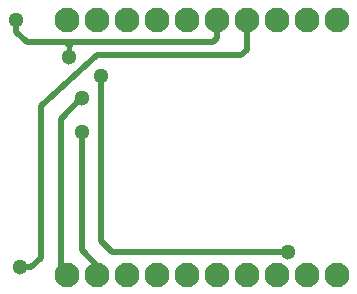
<source format=gbr>
%FSLAX32Y32*%
%MOMM*%
%LNCUIVRE2*%
G71*
G01*
%ADD10C, 2.10*%
%ADD11C, 0.50*%
%ADD12C, 1.30*%
%ADD13C, 0.40*%
%LPD*%
X989Y2353D02*
G54D10*
D03*
X1243Y2353D02*
G54D10*
D03*
X1497Y2353D02*
G54D10*
D03*
X1751Y2353D02*
G54D10*
D03*
X2005Y2353D02*
G54D10*
D03*
X2259Y2353D02*
G54D10*
D03*
X2513Y2353D02*
G54D10*
D03*
X2767Y2353D02*
G54D10*
D03*
X989Y194D02*
G54D10*
D03*
X1243Y194D02*
G54D10*
D03*
X1497Y194D02*
G54D10*
D03*
X1751Y194D02*
G54D10*
D03*
X2005Y194D02*
G54D10*
D03*
X2259Y194D02*
G54D10*
D03*
X2513Y194D02*
G54D10*
D03*
X2767Y194D02*
G54D10*
D03*
X735Y194D02*
G54D10*
D03*
X3021Y2353D02*
G54D10*
D03*
X735Y2353D02*
G54D10*
D03*
X3021Y194D02*
G54D10*
D03*
G54D11*
X2259Y2353D02*
X2259Y2099D01*
X2212Y2051D01*
X989Y2051D01*
X751Y2036D02*
G54D12*
D03*
X1021Y1877D02*
G54D12*
D03*
X307Y2353D02*
G54D12*
D03*
X2608Y384D02*
G54D12*
D03*
X862Y1686D02*
G54D12*
D03*
X862Y1400D02*
G54D12*
D03*
G54D11*
X2005Y2347D02*
X2005Y2194D01*
X1974Y2163D01*
X395Y2164D01*
X307Y2252D01*
X307Y2353D01*
G54D13*
X751Y2035D02*
X751Y2159D01*
G54D11*
X858Y1687D02*
X688Y1512D01*
X688Y210D01*
X735Y194D01*
G54D11*
X862Y1401D02*
X862Y1131D01*
X862Y400D01*
X989Y265D01*
X989Y194D01*
G54D11*
X2608Y385D02*
X1116Y385D01*
X1021Y480D01*
X1021Y1877D01*
G54D13*
X751Y2131D02*
X783Y2163D01*
G54D13*
X751Y2131D02*
X719Y2163D01*
G54D11*
X338Y257D02*
X434Y257D01*
X513Y337D01*
X513Y1623D01*
X989Y2051D01*
X338Y258D02*
G54D12*
D03*
M02*

</source>
